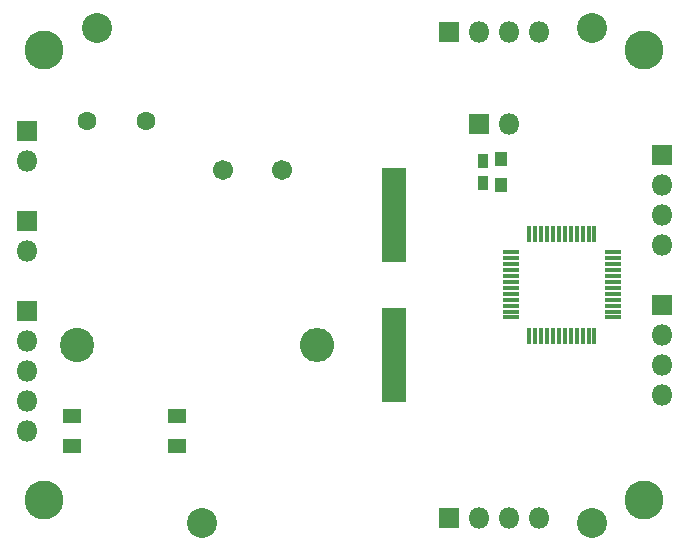
<source format=gbr>
G04 #@! TF.GenerationSoftware,KiCad,Pcbnew,(5.1.4)-1*
G04 #@! TF.CreationDate,2019-12-04T08:55:51-06:00*
G04 #@! TF.ProjectId,motor_control,6d6f746f-725f-4636-9f6e-74726f6c2e6b,rev?*
G04 #@! TF.SameCoordinates,Original*
G04 #@! TF.FileFunction,Soldermask,Top*
G04 #@! TF.FilePolarity,Negative*
%FSLAX46Y46*%
G04 Gerber Fmt 4.6, Leading zero omitted, Abs format (unit mm)*
G04 Created by KiCad (PCBNEW (5.1.4)-1) date 2019-12-04 08:55:51*
%MOMM*%
%LPD*%
G04 APERTURE LIST*
%ADD10C,1.701600*%
%ADD11R,0.851600X1.301600*%
%ADD12C,1.601600*%
%ADD13C,2.540000*%
%ADD14C,3.301600*%
%ADD15O,1.801600X1.801600*%
%ADD16R,1.801600X1.801600*%
%ADD17O,2.901600X2.901600*%
%ADD18C,2.901600*%
%ADD19R,1.001600X1.301600*%
%ADD20R,1.601600X1.201600*%
%ADD21R,0.351600X1.401600*%
%ADD22R,1.401600X0.351600*%
%ADD23R,2.101600X7.976600*%
G04 APERTURE END LIST*
D10*
X143423000Y-87630000D03*
X148423000Y-87630000D03*
D11*
X165387601Y-88695599D03*
X165387601Y-86795599D03*
D12*
X136866000Y-83464400D03*
X131866000Y-83464400D03*
D13*
X132715000Y-75565000D03*
X174625000Y-75565000D03*
X174625000Y-117475000D03*
X141605000Y-117475000D03*
D14*
X179070000Y-115570000D03*
X128270000Y-115570000D03*
X179070000Y-77470000D03*
X128270000Y-77470000D03*
D15*
X126796800Y-109677200D03*
X126796800Y-107137200D03*
X126796800Y-104597200D03*
X126796800Y-102057200D03*
D16*
X126796800Y-99517200D03*
D15*
X167640000Y-83693000D03*
D16*
X165100000Y-83693000D03*
D15*
X170180000Y-75946000D03*
X167640000Y-75946000D03*
X165100000Y-75946000D03*
D16*
X162560000Y-75946000D03*
X180594000Y-99060000D03*
D15*
X180594000Y-101600000D03*
X180594000Y-104140000D03*
X180594000Y-106680000D03*
X170180000Y-117094000D03*
X167640000Y-117094000D03*
X165100000Y-117094000D03*
D16*
X162560000Y-117094000D03*
X180594000Y-86360000D03*
D15*
X180594000Y-88900000D03*
X180594000Y-91440000D03*
X180594000Y-93980000D03*
D16*
X126796800Y-91897200D03*
D15*
X126796800Y-94437200D03*
X126796800Y-86817200D03*
D16*
X126796800Y-84277200D03*
D17*
X151333200Y-102412800D03*
D18*
X131013200Y-102412800D03*
D19*
X166928800Y-88857000D03*
X166928800Y-86657000D03*
D20*
X130627200Y-108458000D03*
X130627200Y-110998000D03*
X139527200Y-110998000D03*
X139527200Y-108458000D03*
D21*
X169335000Y-92982800D03*
X169835000Y-92982800D03*
X170335000Y-92982800D03*
X170835000Y-92982800D03*
X171335000Y-92982800D03*
X171835000Y-92982800D03*
X172335000Y-92982800D03*
X172835000Y-92982800D03*
X173335000Y-92982800D03*
X173835000Y-92982800D03*
X174335000Y-92982800D03*
X174835000Y-92982800D03*
D22*
X176435000Y-94582800D03*
X176435000Y-95082800D03*
X176435000Y-95582800D03*
X176435000Y-96082800D03*
X176435000Y-96582800D03*
X176435000Y-97082800D03*
X176435000Y-97582800D03*
X176435000Y-98082800D03*
X176435000Y-98582800D03*
X176435000Y-99082800D03*
X176435000Y-99582800D03*
X176435000Y-100082800D03*
D21*
X174835000Y-101682800D03*
X174335000Y-101682800D03*
X173835000Y-101682800D03*
X173335000Y-101682800D03*
X172835000Y-101682800D03*
X172335000Y-101682800D03*
X171835000Y-101682800D03*
X171335000Y-101682800D03*
X170835000Y-101682800D03*
X170335000Y-101682800D03*
X169835000Y-101682800D03*
X169335000Y-101682800D03*
D22*
X167735000Y-100082800D03*
X167735000Y-99582800D03*
X167735000Y-99082800D03*
X167735000Y-98582800D03*
X167735000Y-98082800D03*
X167735000Y-97582800D03*
X167735000Y-97082800D03*
X167735000Y-96582800D03*
X167735000Y-96082800D03*
X167735000Y-95582800D03*
X167735000Y-95082800D03*
X167735000Y-94582800D03*
D23*
X157861000Y-103270300D03*
X157861000Y-91395300D03*
M02*

</source>
